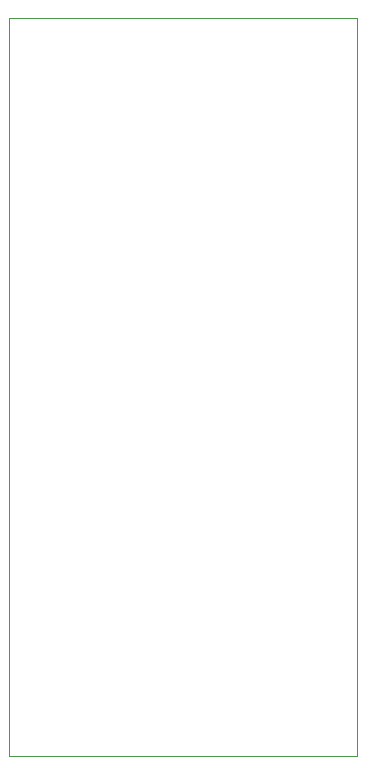
<source format=gm1>
G04 #@! TF.GenerationSoftware,KiCad,Pcbnew,(5.1.5)-3*
G04 #@! TF.CreationDate,2021-07-14T18:19:22-04:00*
G04 #@! TF.ProjectId,MotorDriver,4d6f746f-7244-4726-9976-65722e6b6963,rev?*
G04 #@! TF.SameCoordinates,Original*
G04 #@! TF.FileFunction,Profile,NP*
%FSLAX46Y46*%
G04 Gerber Fmt 4.6, Leading zero omitted, Abs format (unit mm)*
G04 Created by KiCad (PCBNEW (5.1.5)-3) date 2021-07-14 18:19:22*
%MOMM*%
%LPD*%
G04 APERTURE LIST*
%ADD10C,0.050000*%
G04 APERTURE END LIST*
D10*
X133350000Y-70104000D02*
X133350000Y-132588000D01*
X162814000Y-70104000D02*
X133350000Y-70104000D01*
X162814000Y-132588000D02*
X162814000Y-70104000D01*
X133350000Y-132588000D02*
X162814000Y-132588000D01*
M02*

</source>
